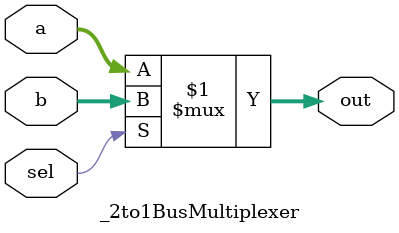
<source format=v>


module _2to1BusMultiplexer
(
  input [99:0] a,
  input [99:0] b,
  input sel,
  output [99:0] out
);

  assign out = (sel)? b : a;

endmodule


</source>
